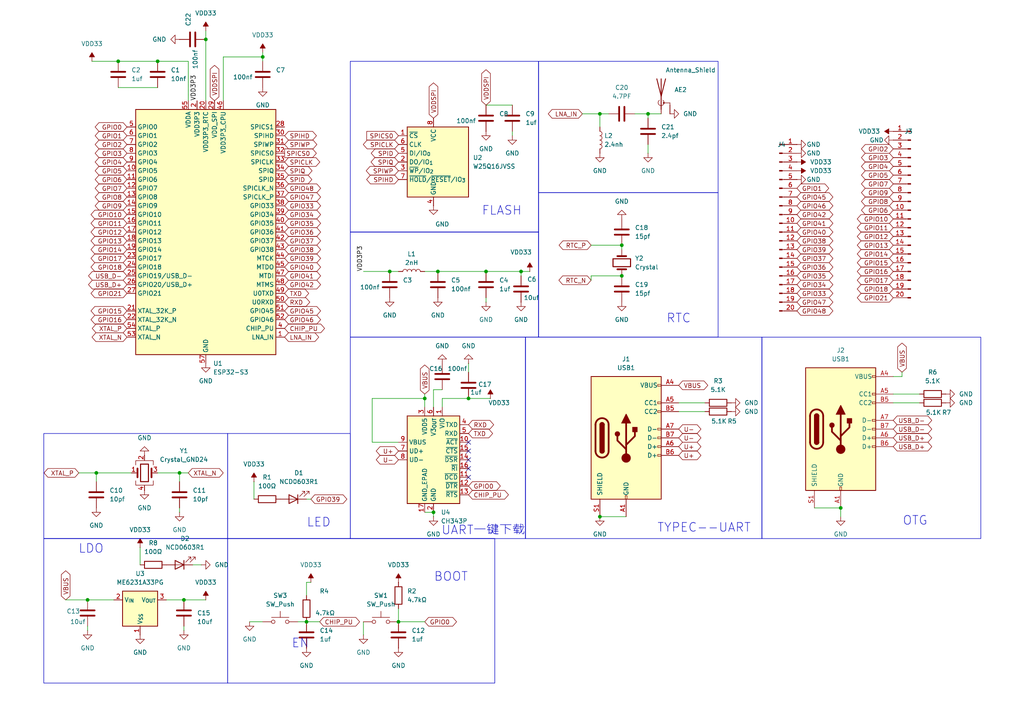
<source format=kicad_sch>
(kicad_sch (version 20250114) (generator "eeschema") (generator_version "9.0")
  (paper "A4")
  (rectangle (start 156.21 55.88) (end 208.28 97.79))
  (rectangle (start 12.7 125.73) (end 66.04 156.21))
  (rectangle (start 156.21 17.78) (end 208.28 55.88))
  (rectangle (start 66.04 156.21) (end 143.51 198.12))
  (rectangle (start 220.98 97.79) (end 284.48 156.21))
  (rectangle (start 12.7 156.21) (end 66.04 198.12))
  (rectangle (start 66.04 125.73) (end 101.6 156.21))
  (rectangle (start 101.6 97.79) (end 152.4 156.21))
  (rectangle (start 152.4 97.79) (end 220.98 156.21))
  (rectangle (start 101.6 17.78) (end 156.21 67.31))
  (rectangle (start 101.6 67.31) (end 156.21 97.79))
  (text "OTG\n" (at 265.43 151.13 0) (effects (font (size 2.54 2.54))))
  (text "FLASH\n" (at 145.542 61.214 0) (effects (font (size 2.54 2.54))))
  (text "LED\n" (at 92.456 151.638 0) (effects (font (size 2.54 2.54))))
  (text "UART一键下载\n" (at 140.208 153.924 0) (effects (font (size 2.54 2.54))))
  (text "EN" (at 87.122 186.69 0) (effects (font (size 2.54 2.54))))
  (text "RTC" (at 196.85 92.456 0) (effects (font (size 2.54 2.54))))
  (text "BOOT" (at 130.81 167.386 0) (effects (font (size 2.54 2.54))))
  (text "LDO" (at 26.416 159.258 0) (effects (font (size 2.54 2.54))))
  (text "TYPEC--UART" (at 204.216 153.162 0) (effects (font (size 2.54 2.54))))
  (junction (at 180.34 80.01))
  (junction (at 135.89 115.57))
  (junction (at 123.19 115.57))
  (junction (at 34.29 17.78))
  (junction (at 27.94 137.16))
  (junction (at 25.4 173.99))
  (junction (at 243.84 147.32))
  (junction (at 113.03 78.74))
  (junction (at 187.96 33.02))
  (junction (at 115.57 180.34))
  (junction (at 52.07 137.16))
  (junction (at 88.9 180.34))
  (junction (at 151.13 78.74))
  (junction (at 45.72 17.78))
  (junction (at 173.99 33.02))
  (junction (at 53.34 173.99))
  (junction (at 180.34 71.12))
  (junction (at 125.73 148.59))
  (junction (at 140.97 78.74))
  (junction (at 127 78.74))
  (junction (at 173.99 149.86))
  (junction (at 76.2 16.51))
  (junction (at 59.69 11.43))
  (no_connect (at 135.89 133.35))
  (no_connect (at 135.89 135.89))
  (no_connect (at 135.89 128.27))
  (no_connect (at 135.89 138.43))
  (no_connect (at 135.89 130.81))
  (wire (pts (xy 26.67 17.78) (xy 34.29 17.78)))
  (wire (pts (xy 76.2 16.51) (xy 76.2 17.78)))
  (wire (pts (xy 58.42 163.83) (xy 55.88 163.83)))
  (wire (pts (xy 73.66 144.78) (xy 73.66 139.7)))
  (wire (pts (xy 53.34 182.88) (xy 53.34 181.61)))
  (wire (pts (xy 187.96 33.02) (xy 187.96 34.29)))
  (wire (pts (xy 196.85 119.38) (xy 204.47 119.38)))
  (wire (pts (xy 173.99 33.02) (xy 173.99 36.83)))
  (wire (pts (xy 59.69 173.99) (xy 53.34 173.99)))
  (wire (pts (xy 125.73 113.03) (xy 125.73 118.11)))
  (wire (pts (xy 76.2 15.24) (xy 76.2 16.51)))
  (wire (pts (xy 27.94 137.16) (xy 22.86 137.16)))
  (wire (pts (xy 88.9 168.91) (xy 88.9 172.72)))
  (wire (pts (xy 54.61 137.16) (xy 52.07 137.16)))
  (wire (pts (xy 171.45 71.12) (xy 180.34 71.12)))
  (wire (pts (xy 204.47 116.84) (xy 196.85 116.84)))
  (wire (pts (xy 127 78.74) (xy 140.97 78.74)))
  (wire (pts (xy 40.64 163.83) (xy 40.64 158.75)))
  (wire (pts (xy 115.57 78.74) (xy 113.03 78.74)))
  (wire (pts (xy 140.97 86.36) (xy 140.97 87.63)))
  (wire (pts (xy 34.29 25.4) (xy 45.72 25.4)))
  (wire (pts (xy 123.19 115.57) (xy 123.19 118.11)))
  (wire (pts (xy 59.69 11.43) (xy 59.69 29.21)))
  (wire (pts (xy 38.1 137.16) (xy 27.94 137.16)))
  (wire (pts (xy 266.7 114.3) (xy 259.08 114.3)))
  (wire (pts (xy 105.41 184.15) (xy 105.41 180.34)))
  (wire (pts (xy 115.57 180.34) (xy 123.19 180.34)))
  (wire (pts (xy 125.73 149.86) (xy 125.73 148.59)))
  (wire (pts (xy 173.99 149.86) (xy 181.61 149.86)))
  (wire (pts (xy 148.59 30.48) (xy 140.97 30.48)))
  (wire (pts (xy 52.07 148.59) (xy 52.07 147.32)))
  (wire (pts (xy 115.57 176.53) (xy 115.57 180.34)))
  (wire (pts (xy 45.72 137.16) (xy 52.07 137.16)))
  (wire (pts (xy 54.61 29.21) (xy 54.61 17.78)))
  (wire (pts (xy 171.45 80.01) (xy 171.45 81.28)))
  (wire (pts (xy 176.53 33.02) (xy 173.99 33.02)))
  (wire (pts (xy 92.71 180.34) (xy 88.9 180.34)))
  (wire (pts (xy 123.19 78.74) (xy 127 78.74)))
  (wire (pts (xy 151.13 80.01) (xy 151.13 78.74)))
  (wire (pts (xy 259.08 116.84) (xy 266.7 116.84)))
  (wire (pts (xy 107.95 115.57) (xy 123.19 115.57)))
  (wire (pts (xy 151.13 78.74) (xy 153.67 78.74)))
  (wire (pts (xy 52.07 137.16) (xy 52.07 139.7)))
  (wire (pts (xy 180.34 80.01) (xy 171.45 80.01)))
  (wire (pts (xy 135.89 115.57) (xy 142.24 115.57)))
  (wire (pts (xy 125.73 113.03) (xy 128.27 113.03)))
  (wire (pts (xy 261.62 107.95) (xy 261.62 109.22)))
  (wire (pts (xy 135.89 105.41) (xy 135.89 107.95)))
  (wire (pts (xy 107.95 128.27) (xy 107.95 115.57)))
  (wire (pts (xy 27.94 137.16) (xy 27.94 139.7)))
  (wire (pts (xy 115.57 128.27) (xy 107.95 128.27)))
  (wire (pts (xy 64.77 16.51) (xy 76.2 16.51)))
  (wire (pts (xy 187.96 41.91) (xy 187.96 44.45)))
  (wire (pts (xy 88.9 180.34) (xy 86.36 180.34)))
  (wire (pts (xy 34.29 17.78) (xy 45.72 17.78)))
  (wire (pts (xy 168.91 33.02) (xy 173.99 33.02)))
  (wire (pts (xy 88.9 168.91) (xy 90.17 168.91)))
  (wire (pts (xy 180.34 71.12) (xy 180.34 72.39)))
  (wire (pts (xy 59.69 8.89) (xy 59.69 11.43)))
  (wire (pts (xy 72.39 180.34) (xy 76.2 180.34)))
  (wire (pts (xy 123.19 114.3) (xy 123.19 115.57)))
  (wire (pts (xy 123.19 148.59) (xy 125.73 148.59)))
  (wire (pts (xy 236.22 147.32) (xy 243.84 147.32)))
  (wire (pts (xy 148.59 38.1) (xy 148.59 39.37)))
  (wire (pts (xy 33.02 173.99) (xy 25.4 173.99)))
  (wire (pts (xy 64.77 29.21) (xy 64.77 16.51)))
  (wire (pts (xy 243.84 147.32) (xy 243.84 149.86)))
  (wire (pts (xy 128.27 118.11) (xy 128.27 115.57)))
  (wire (pts (xy 25.4 181.61) (xy 25.4 182.88)))
  (wire (pts (xy 90.17 144.78) (xy 88.9 144.78)))
  (wire (pts (xy 140.97 78.74) (xy 151.13 78.74)))
  (wire (pts (xy 261.62 109.22) (xy 259.08 109.22)))
  (wire (pts (xy 184.15 33.02) (xy 187.96 33.02)))
  (wire (pts (xy 191.77 33.02) (xy 187.96 33.02)))
  (wire (pts (xy 128.27 115.57) (xy 135.89 115.57)))
  (wire (pts (xy 54.61 17.78) (xy 45.72 17.78)))
  (wire (pts (xy 105.41 78.74) (xy 113.03 78.74)))
  (wire (pts (xy 19.05 173.99) (xy 25.4 173.99)))
  (wire (pts (xy 48.26 173.99) (xy 53.34 173.99)))
  (label "VDD3P3" (at 57.15 29.21 90))
  (label "VDD3P3" (at 105.41 78.74 90))
  (global_label "GPIO10" (shape bidirectional) (at 259.08 63.5 180) (property "Intersheetrefs" "${INTERSHEET_REFS}" (effects (hide yes))))
  (global_label "GPIO18" (shape bidirectional) (at 259.08 83.82 180) (property "Intersheetrefs" "${INTERSHEET_REFS}" (effects (hide yes))))
  (global_label "SPIHD" (shape bidirectional) (at 115.57 52.07 180) (property "Intersheetrefs" "${INTERSHEET_REFS}" (effects (hide yes))))
  (global_label "GPIO46" (shape bidirectional) (at 231.14 59.69 0) (property "Intersheetrefs" "${INTERSHEET_REFS}" (effects (hide yes))))
  (global_label "GPIO45" (shape bidirectional) (at 231.14 57.15 0) (property "Intersheetrefs" "${INTERSHEET_REFS}" (effects (hide yes))))
  (global_label "SPID" (shape bidirectional) (at 82.55 52.07 0) (property "Intersheetrefs" "${INTERSHEET_REFS}" (effects (hide yes))))
  (global_label "LNA_IN" (shape bidirectional) (at 82.55 97.79 0) (property "Intersheetrefs" "${INTERSHEET_REFS}" (effects (hide yes))))
  (global_label "GPIO33" (shape bidirectional) (at 82.55 59.69 0) (property "Intersheetrefs" "${INTERSHEET_REFS}" (effects (hide yes))))
  (global_label "GPIO3" (shape bidirectional) (at 259.08 45.72 180) (property "Intersheetrefs" "${INTERSHEET_REFS}" (effects (hide yes))))
  (global_label "VDDSPI" (shape bidirectional) (at 125.73 34.29 90) (property "Intersheetrefs" "${INTERSHEET_REFS}" (effects (hide yes))))
  (global_label "CHIP_PU" (shape bidirectional) (at 92.71 180.34 0) (property "Intersheetrefs" "${INTERSHEET_REFS}" (effects (hide yes))))
  (global_label "GPIO16" (shape bidirectional) (at 259.08 78.74 180) (property "Intersheetrefs" "${INTERSHEET_REFS}" (effects (hide yes))))
  (global_label "TXD" (shape bidirectional) (at 82.55 85.09 0) (property "Intersheetrefs" "${INTERSHEET_REFS}" (effects (hide yes))))
  (global_label "SPICLK" (shape bidirectional) (at 115.57 41.91 180) (property "Intersheetrefs" "${INTERSHEET_REFS}" (effects (hide yes))))
  (global_label "GPIO12" (shape bidirectional) (at 259.08 68.58 180) (property "Intersheetrefs" "${INTERSHEET_REFS}" (effects (hide yes))))
  (global_label "GPIO14" (shape bidirectional) (at 259.08 73.66 180) (property "Intersheetrefs" "${INTERSHEET_REFS}" (effects (hide yes))))
  (global_label "USB_D-" (shape bidirectional) (at 259.08 124.46 0) (property "Intersheetrefs" "${INTERSHEET_REFS}" (effects (hide yes))))
  (global_label "GPIO14" (shape bidirectional) (at 36.83 72.39 180) (property "Intersheetrefs" "${INTERSHEET_REFS}" (effects (hide yes))))
  (global_label "GPIO36" (shape bidirectional) (at 231.14 77.47 0) (property "Intersheetrefs" "${INTERSHEET_REFS}" (effects (hide yes))))
  (global_label "TXD" (shape bidirectional) (at 135.89 125.73 0) (property "Intersheetrefs" "${INTERSHEET_REFS}" (effects (hide yes))))
  (global_label "VBUS" (shape bidirectional) (at 196.85 111.76 0) (property "Intersheetrefs" "${INTERSHEET_REFS}" (effects (hide yes))))
  (global_label "GPIO12" (shape bidirectional) (at 36.83 67.31 180) (property "Intersheetrefs" "${INTERSHEET_REFS}" (effects (hide yes))))
  (global_label "GPIO33" (shape bidirectional) (at 231.14 85.09 0) (property "Intersheetrefs" "${INTERSHEET_REFS}" (effects (hide yes))))
  (global_label "USB_D-" (shape bidirectional) (at 36.83 80.01 180) (property "Intersheetrefs" "${INTERSHEET_REFS}" (effects (hide yes))))
  (global_label "LNA_IN" (shape bidirectional) (at 168.91 33.02 180) (property "Intersheetrefs" "${INTERSHEET_REFS}" (effects (hide yes))))
  (global_label "GPIO42" (shape bidirectional) (at 82.55 82.55 0) (property "Intersheetrefs" "${INTERSHEET_REFS}" (effects (hide yes))))
  (global_label "GPIO7" (shape bidirectional) (at 259.08 53.34 180) (property "Intersheetrefs" "${INTERSHEET_REFS}" (effects (hide yes))))
  (global_label "GPIO34" (shape bidirectional) (at 231.14 82.55 0) (property "Intersheetrefs" "${INTERSHEET_REFS}" (effects (hide yes))))
  (global_label "GPIO0" (shape bidirectional) (at 123.19 180.34 0) (property "Intersheetrefs" "${INTERSHEET_REFS}" (effects (hide yes))))
  (global_label "GPIO35" (shape bidirectional) (at 231.14 80.01 0) (property "Intersheetrefs" "${INTERSHEET_REFS}" (effects (hide yes))))
  (global_label "GPIO21" (shape bidirectional) (at 259.08 86.36 180) (property "Intersheetrefs" "${INTERSHEET_REFS}" (effects (hide yes))))
  (global_label "GPIO5" (shape bidirectional) (at 36.83 49.53 180) (property "Intersheetrefs" "${INTERSHEET_REFS}" (effects (hide yes))))
  (global_label "GPIO15" (shape bidirectional) (at 259.08 76.2 180) (property "Intersheetrefs" "${INTERSHEET_REFS}" (effects (hide yes))))
  (global_label "SPICS0" (shape output) (at 82.55 44.45 0) (property "Intersheetrefs" "${INTERSHEET_REFS}" (effects (hide yes))))
  (global_label "GPIO36" (shape bidirectional) (at 82.55 67.31 0) (property "Intersheetrefs" "${INTERSHEET_REFS}" (effects (hide yes))))
  (global_label "GPIO41" (shape bidirectional) (at 82.55 80.01 0) (property "Intersheetrefs" "${INTERSHEET_REFS}" (effects (hide yes))))
  (global_label "SPICLK" (shape bidirectional) (at 82.55 46.99 0) (property "Intersheetrefs" "${INTERSHEET_REFS}" (effects (hide yes))))
  (global_label "SPIWP" (shape bidirectional) (at 115.57 49.53 180) (property "Intersheetrefs" "${INTERSHEET_REFS}" (effects (hide yes))))
  (global_label "GPIO38" (shape bidirectional) (at 231.14 69.85 0) (property "Intersheetrefs" "${INTERSHEET_REFS}" (effects (hide yes))))
  (global_label "GPIO11" (shape bidirectional) (at 259.08 66.04 180) (property "Intersheetrefs" "${INTERSHEET_REFS}" (effects (hide yes))))
  (global_label "RXD" (shape bidirectional) (at 135.89 123.19 0) (property "Intersheetrefs" "${INTERSHEET_REFS}" (effects (hide yes))))
  (global_label "GPIO17" (shape bidirectional) (at 36.83 74.93 180) (property "Intersheetrefs" "${INTERSHEET_REFS}" (effects (hide yes))))
  (global_label "GPIO0" (shape bidirectional) (at 36.83 36.83 180) (property "Intersheetrefs" "${INTERSHEET_REFS}" (effects (hide yes))))
  (global_label "RTC_P" (shape bidirectional) (at 171.45 71.12 180) (property "Intersheetrefs" "${INTERSHEET_REFS}" (effects (hide yes))))
  (global_label "SPIQ" (shape bidirectional) (at 115.57 46.99 180) (property "Intersheetrefs" "${INTERSHEET_REFS}" (effects (hide yes))))
  (global_label "GPIO9" (shape bidirectional) (at 36.83 59.69 180) (property "Intersheetrefs" "${INTERSHEET_REFS}" (effects (hide yes))))
  (global_label "VDDSPI" (shape bidirectional) (at 140.97 30.48 90) (property "Intersheetrefs" "${INTERSHEET_REFS}" (effects (hide yes))))
  (global_label "GPIO2" (shape bidirectional) (at 36.83 41.91 180) (property "Intersheetrefs" "${INTERSHEET_REFS}" (effects (hide yes))))
  (global_label "GPIO41" (shape bidirectional) (at 231.14 64.77 0) (property "Intersheetrefs" "${INTERSHEET_REFS}" (effects (hide yes))))
  (global_label "GPIO39" (shape bidirectional) (at 82.55 74.93 0) (property "Intersheetrefs" "${INTERSHEET_REFS}" (effects (hide yes))))
  (global_label "VBUS" (shape bidirectional) (at 261.62 107.95 90) (property "Intersheetrefs" "${INTERSHEET_REFS}" (effects (hide yes))))
  (global_label "GPIO8" (shape bidirectional) (at 259.08 58.42 180) (property "Intersheetrefs" "${INTERSHEET_REFS}" (effects (hide yes))))
  (global_label "CHIP_PU" (shape bidirectional) (at 82.55 95.25 0) (property "Intersheetrefs" "${INTERSHEET_REFS}" (effects (hide yes))))
  (global_label "GPIO1" (shape bidirectional) (at 36.83 39.37 180) (property "Intersheetrefs" "${INTERSHEET_REFS}" (effects (hide yes))))
  (global_label "GPIO46" (shape bidirectional) (at 82.55 92.71 0) (property "Intersheetrefs" "${INTERSHEET_REFS}" (effects (hide yes))))
  (global_label "GPIO37" (shape bidirectional) (at 231.14 74.93 0) (property "Intersheetrefs" "${INTERSHEET_REFS}" (effects (hide yes))))
  (global_label "GPIO17" (shape bidirectional) (at 259.08 81.28 180) (property "Intersheetrefs" "${INTERSHEET_REFS}" (effects (hide yes))))
  (global_label "GPIO40" (shape bidirectional) (at 231.14 67.31 0) (property "Intersheetrefs" "${INTERSHEET_REFS}" (effects (hide yes))))
  (global_label "U-" (shape bidirectional) (at 115.57 133.35 180) (property "Intersheetrefs" "${INTERSHEET_REFS}" (effects (hide yes))))
  (global_label "GPIO6" (shape bidirectional) (at 36.83 52.07 180) (property "Intersheetrefs" "${INTERSHEET_REFS}" (effects (hide yes))))
  (global_label "GPIO47" (shape bidirectional) (at 231.14 87.63 0) (property "Intersheetrefs" "${INTERSHEET_REFS}" (effects (hide yes))))
  (global_label "RXD" (shape bidirectional) (at 82.55 87.63 0) (property "Intersheetrefs" "${INTERSHEET_REFS}" (effects (hide yes))))
  (global_label "GPIO2" (shape bidirectional) (at 259.08 43.18 180) (property "Intersheetrefs" "${INTERSHEET_REFS}" (effects (hide yes))))
  (global_label "GPIO10" (shape bidirectional) (at 36.83 62.23 180) (property "Intersheetrefs" "${INTERSHEET_REFS}" (effects (hide yes))))
  (global_label "USB_D+" (shape bidirectional) (at 36.83 82.55 180) (property "Intersheetrefs" "${INTERSHEET_REFS}" (effects (hide yes))))
  (global_label "VDDSPI" (shape bidirectional) (at 62.23 29.21 90) (property "Intersheetrefs" "${INTERSHEET_REFS}" (effects (hide yes))))
  (global_label "SPICS0" (shape input) (at 115.57 39.37 180) (property "Intersheetrefs" "${INTERSHEET_REFS}" (effects (hide yes))))
  (global_label "SPIHD" (shape bidirectional) (at 82.55 39.37 0) (property "Intersheetrefs" "${INTERSHEET_REFS}" (effects (hide yes))))
  (global_label "GPIO1" (shape bidirectional) (at 231.14 54.61 0) (property "Intersheetrefs" "${INTERSHEET_REFS}" (effects (hide yes))))
  (global_label "RTC_N" (shape bidirectional) (at 171.45 81.28 180) (property "Intersheetrefs" "${INTERSHEET_REFS}" (effects (hide yes))))
  (global_label "GPIO9" (shape bidirectional) (at 259.08 55.88 180) (property "Intersheetrefs" "${INTERSHEET_REFS}" (effects (hide yes))))
  (global_label "XTAL_P" (shape bidirectional) (at 36.83 95.25 180) (property "Intersheetrefs" "${INTERSHEET_REFS}" (effects (hide yes))))
  (global_label "GPIO35" (shape bidirectional) (at 82.55 64.77 0) (property "Intersheetrefs" "${INTERSHEET_REFS}" (effects (hide yes))))
  (global_label "U+" (shape bidirectional) (at 196.85 132.08 0) (property "Intersheetrefs" "${INTERSHEET_REFS}" (effects (hide yes))))
  (global_label "XTAL_N" (shape bidirectional) (at 36.83 97.79 180) (property "Intersheetrefs" "${INTERSHEET_REFS}" (effects (hide yes))))
  (global_label "GPIO48" (shape bidirectional) (at 82.55 54.61 0) (property "Intersheetrefs" "${INTERSHEET_REFS}" (effects (hide yes))))
  (global_label "GPIO21" (shape bidirectional) (at 36.83 85.09 180) (property "Intersheetrefs" "${INTERSHEET_REFS}" (effects (hide yes))))
  (global_label "USB_D+" (shape bidirectional) (at 259.08 129.54 0) (property "Intersheetrefs" "${INTERSHEET_REFS}" (effects (hide yes))))
  (global_label "GPIO34" (shape bidirectional) (at 82.55 62.23 0) (property "Intersheetrefs" "${INTERSHEET_REFS}" (effects (hide yes))))
  (global_label "U-" (shape bidirectional) (at 196.85 127 0) (property "Intersheetrefs" "${INTERSHEET_REFS}" (effects (hide yes))))
  (global_label "VBUS" (shape bidirectional) (at 19.05 173.99 90) (property "Intersheetrefs" "${INTERSHEET_REFS}" (effects (hide yes))))
  (global_label "GPIO6" (shape bidirectional) (at 259.08 60.96 180) (property "Intersheetrefs" "${INTERSHEET_REFS}" (effects (hide yes))))
  (global_label "GPIO13" (shape bidirectional) (at 259.08 71.12 180) (property "Intersheetrefs" "${INTERSHEET_REFS}" (effects (hide yes))))
  (global_label "GPIO8" (shape bidirectional) (at 36.83 57.15 180) (property "Intersheetrefs" "${INTERSHEET_REFS}" (effects (hide yes))))
  (global_label "CHIP_PU" (shape bidirectional) (at 135.89 143.51 0) (property "Intersheetrefs" "${INTERSHEET_REFS}" (effects (hide yes))))
  (global_label "GPIO11" (shape bidirectional) (at 36.83 64.77 180) (property "Intersheetrefs" "${INTERSHEET_REFS}" (effects (hide yes))))
  (global_label "GPIO39" (shape bidirectional) (at 90.17 144.78 0) (property "Intersheetrefs" "${INTERSHEET_REFS}" (effects (hide yes))))
  (global_label "GPIO40" (shape bidirectional) (at 82.55 77.47 0) (property "Intersheetrefs" "${INTERSHEET_REFS}" (effects (hide yes))))
  (global_label "GPIO42" (shape bidirectional) (at 231.14 62.23 0) (property "Intersheetrefs" "${INTERSHEET_REFS}" (effects (hide yes))))
  (global_label "GPIO45" (shape bidirectional) (at 82.55 90.17 0) (property "Intersheetrefs" "${INTERSHEET_REFS}" (effects (hide yes))))
  (global_label "GPIO39" (shape bidirectional) (at 231.14 72.39 0) (property "Intersheetrefs" "${INTERSHEET_REFS}" (effects (hide yes))))
  (global_label "U+" (shape bidirectional) (at 196.85 129.54 0) (property "Intersheetrefs" "${INTERSHEET_REFS}" (effects (hide yes))))
  (global_label "GPIO15" (shape bidirectional) (at 36.83 90.17 180) (property "Intersheetrefs" "${INTERSHEET_REFS}" (effects (hide yes))))
  (global_label "GPIO5" (shape bidirectional) (at 259.08 50.8 180) (property "Intersheetrefs" "${INTERSHEET_REFS}" (effects (hide yes))))
  (global_label "GPIO48" (shape bidirectional) (at 231.14 90.17 0) (property "Intersheetrefs" "${INTERSHEET_REFS}" (effects (hide yes))))
  (global_label "U-" (shape bidirectional) (at 196.85 124.46 0) (property "Intersheetrefs" "${INTERSHEET_REFS}" (effects (hide yes))))
  (global_label "GPIO13" (shape bidirectional) (at 36.83 69.85 180) (property "Intersheetrefs" "${INTERSHEET_REFS}" (effects (hide yes))))
  (global_label "GPIO47" (shape bidirectional) (at 82.55 57.15 0) (property "Intersheetrefs" "${INTERSHEET_REFS}" (effects (hide yes))))
  (global_label "USB_D-" (shape bidirectional) (at 259.08 121.92 0) (property "Intersheetrefs" "${INTERSHEET_REFS}" (effects (hide yes))))
  (global_label "GPIO0" (shape bidirectional) (at 135.89 140.97 0) (property "Intersheetrefs" "${INTERSHEET_REFS}" (effects (hide yes))))
  (global_label "XTAL_N" (shape bidirectional) (at 54.61 137.16 0) (property "Intersheetrefs" "${INTERSHEET_REFS}" (effects (hide yes))))
  (global_label "SPID" (shape bidirectional) (at 115.57 44.45 180) (property "Intersheetrefs" "${INTERSHEET_REFS}" (effects (hide yes))))
  (global_label "GPIO38" (shape bidirectional) (at 82.55 72.39 0) (property "Intersheetrefs" "${INTERSHEET_REFS}" (effects (hide yes))))
  (global_label "SPIQ" (shape bidirectional) (at 82.55 49.53 0) (property "Intersheetrefs" "${INTERSHEET_REFS}" (effects (hide yes))))
  (global_label "GPIO37" (shape bidirectional) (at 82.55 69.85 0) (property "Intersheetrefs" "${INTERSHEET_REFS}" (effects (hide yes))))
  (global_label "GPIO4" (shape bidirectional) (at 36.83 46.99 180) (property "Intersheetrefs" "${INTERSHEET_REFS}" (effects (hide yes))))
  (global_label "VBUS" (shape bidirectional) (at 123.19 114.3 90) (property "Intersheetrefs" "${INTERSHEET_REFS}" (effects (hide yes))))
  (global_label "U+" (shape bidirectional) (at 115.57 130.81 180) (property "Intersheetrefs" "${INTERSHEET_REFS}" (effects (hide yes))))
  (global_label "GPIO7" (shape bidirectional) (at 36.83 54.61 180) (property "Intersheetrefs" "${INTERSHEET_REFS}" (effects (hide yes))))
  (global_label "SPIWP" (shape bidirectional) (at 82.55 41.91 0) (property "Intersheetrefs" "${INTERSHEET_REFS}" (effects (hide yes))))
  (global_label "GPIO3" (shape bidirectional) (at 36.83 44.45 180) (property "Intersheetrefs" "${INTERSHEET_REFS}" (effects (hide yes))))
  (global_label "GPIO4" (shape bidirectional) (at 259.08 48.26 180) (property "Intersheetrefs" "${INTERSHEET_REFS}" (effects (hide yes))))
  (global_label "XTAL_P" (shape bidirectional) (at 22.86 137.16 180) (property "Intersheetrefs" "${INTERSHEET_REFS}" (effects (hide yes))))
  (global_label "GPIO16" (shape bidirectional) (at 36.83 92.71 180) (property "Intersheetrefs" "${INTERSHEET_REFS}" (effects (hide yes))))
  (global_label "USB_D+" (shape bidirectional) (at 259.08 127 0) (property "Intersheetrefs" "${INTERSHEET_REFS}" (effects (hide yes))))
  (global_label "GPIO18" (shape bidirectional) (at 36.83 77.47 180) (property "Intersheetrefs" "${INTERSHEET_REFS}" (effects (hide yes))))
  (symbol (lib_id "power:-3V3") (at 40.64 158.75 0) (unit 1)
    (property "Reference" "#PWR039" (effects (hide yes)))
    (property "Value" "VDD33" (at 40.64 153.67 0))
    (property "Description" "Power symbol creates a global label with name \"-3V3\"" (effects (hide yes)))
  )
  (symbol (lib_id "power:-3V3") (at 26.67 17.78 0) (unit 1)
    (property "Reference" "#PWR02" (effects (hide yes)))
    (property "Value" "VDD33" (at 26.67 12.7 0))
    (property "Description" "Power symbol creates a global label with name \"-3V3\"" (effects (hide yes)))
  )
  (symbol (lib_id "power:GND") (at 151.13 87.63 0) (unit 1)
    (property "Reference" "#PWR06" (effects (hide yes)))
    (property "Value" "GND" (at 151.13 92.71 0))
    (property "Description" "Power symbol creates a global label with name \"GND\" , ground" (effects (hide yes)))
  )
  (symbol (lib_id "Device:C") (at 88.9 184.15 0) (unit 1)
    (property "Reference" "C14" (at 92.71 182.8799 0) (effects (justify left)))
    (property "Value" "1uf" (at 92.71 185.4199 0) (effects (justify left)))
    (property "Footprint" "Capacitor_SMD:C_0402_1005Metric" (effects (hide yes)))
    (property "Description" "Unpolarized capacitor" (effects (hide yes)))
  )
  (symbol (lib_id "Device:Crystal") (at 180.34 76.2 90) (unit 1) (in_bom no) (on_board no)
    (property "Reference" "Y2" (at 184.15 74.9299 90) (effects (justify right)))
    (property "Value" "Crystal" (at 184.15 77.4699 90) (effects (justify right)))
    (property "Footprint" "SmartLock:Crystal_SMD_ECS_CSM3X-2Pin_7.5x3.1mm" (effects (hide yes)))
    (property "Description" "Two pin crystal" (effects (hide yes)))
  )
  (symbol (lib_id "power:GND") (at 72.39 180.34 0) (unit 1)
    (property "Reference" "#PWR012" (effects (hide yes)))
    (property "Value" "GND" (at 72.39 185.42 0))
    (property "Description" "Power symbol creates a global label with name \"GND\" , ground" (effects (hide yes)))
  )
  (symbol (lib_id "power:-3V3") (at 142.24 115.57 0) (unit 1)
    (property "Reference" "#PWR030" (effects (hide yes)))
    (property "Value" "VDD33" (at 144.78 116.84 0))
    (property "Description" "Power symbol creates a global label with name \"-3V3\"" (effects (hide yes)))
  )
  (symbol (lib_id "Device:L") (at 173.99 40.64 0) (unit 1)
    (property "Reference" "L2" (at 175.26 39.3699 0) (effects (justify left)))
    (property "Value" "2.4nh" (at 175.26 41.9099 0) (effects (justify left)))
    (property "Footprint" "Inductor_SMD:L_0402_1005Metric" (effects (hide yes)))
    (property "Description" "Inductor" (effects (hide yes)))
  )
  (symbol (lib_id "power:GND") (at 27.94 147.32 0) (unit 1)
    (property "Reference" "#PWR016" (effects (hide yes)))
    (property "Value" "GND" (at 27.94 152.4 0))
    (property "Description" "Power symbol creates a global label with name \"GND\" , ground" (effects (hide yes)))
  )
  (symbol (lib_id "power:GND") (at 40.64 184.15 0) (unit 1)
    (property "Reference" "#PWR022" (effects (hide yes)))
    (property "Value" "GND" (at 40.64 189.23 0))
    (property "Description" "Power symbol creates a global label with name \"GND\" , ground" (effects (hide yes)))
  )
  (symbol (lib_id "power:GND") (at 128.27 105.41 180) (unit 1)
    (property "Reference" "#PWR029" (effects (hide yes)))
    (property "Value" "GND" (at 128.27 100.33 0))
    (property "Description" "Power symbol creates a global label with name \"GND\" , ground" (effects (hide yes)))
  )
  (symbol (lib_id "Device:R") (at 270.51 114.3 270) (unit 1)
    (property "Reference" "R6" (at 270.51 107.95 90))
    (property "Value" "5.1K" (at 270.51 110.49 90))
    (property "Footprint" "Resistor_SMD:R_0402_1005Metric" (effects (hide yes)))
    (property "Description" "Resistor" (effects (hide yes)))
  )
  (symbol (lib_id "Device:C") (at 53.34 177.8 0) (unit 1)
    (property "Reference" "C15" (at 57.15 177.8 0) (effects (justify left)))
    (property "Value" "10uf" (at 57.15 180.34 0) (effects (justify left)))
    (property "Footprint" "Capacitor_SMD:C_0402_1005Metric" (effects (hide yes)))
    (property "Description" "Unpolarized capacitor" (effects (hide yes)))
  )
  (symbol (lib_id "Device:Antenna_Shield") (at 191.77 27.94 0) (unit 1)
    (property "Reference" "AE2" (at 195.58 26.0349 0) (effects (justify left)))
    (property "Value" "Antenna_Shield" (at 193.04 20.32 0) (effects (justify left)))
    (property "Footprint" "RF_Antenna:Texas_SWRA117D_2.4GHz_Left" (effects (hide yes)))
    (property "Description" "Antenna with extra pin for shielding" (effects (hide yes)))
  )
  (symbol (lib_id "power:GND") (at 41.91 132.08 180) (unit 1)
    (property "Reference" "#PWR019" (effects (hide yes)))
    (property "Value" "GND" (at 41.91 127 0))
    (property "Description" "Power symbol creates a global label with name \"GND\" , ground" (effects (hide yes)))
  )
  (symbol (lib_id "Device:C") (at 187.96 38.1 180) (unit 1)
    (property "Reference" "C21" (at 191.77 36.8299 0) (effects (justify right)))
    (property "Value" "2.4pf" (at 191.77 39.3699 0) (effects (justify right)))
    (property "Footprint" "Capacitor_SMD:C_0402_1005Metric" (effects (hide yes)))
    (property "Description" "Unpolarized capacitor" (effects (hide yes)))
  )
  (symbol (lib_id "Device:R") (at 77.47 144.78 90) (unit 1)
    (property "Reference" "R1" (at 77.47 138.43 90))
    (property "Value" "100Ω" (at 77.47 140.97 90))
    (property "Footprint" "Resistor_SMD:R_0402_1005Metric" (effects (hide yes)))
    (property "Description" "Resistor" (effects (hide yes)))
  )
  (symbol (lib_id "Device:C") (at 55.88 11.43 90) (unit 1)
    (property "Reference" "C22" (at 54.6099 7.62 0) (effects (justify left)))
    (property "Value" "100nf" (at 56.642 20.066 0) (effects (justify left)))
    (property "Footprint" "Capacitor_SMD:C_0402_1005Metric" (effects (hide yes)))
    (property "Description" "Unpolarized capacitor" (effects (hide yes)))
  )
  (symbol (lib_id "power:GND") (at 115.57 187.96 0) (unit 1)
    (property "Reference" "#PWR021" (effects (hide yes)))
    (property "Value" "GND" (at 115.57 193.04 0))
    (property "Description" "Power symbol creates a global label with name \"GND\" , ground" (effects (hide yes)))
  )
  (symbol (lib_id "Device:C") (at 52.07 143.51 0) (unit 1)
    (property "Reference" "C11" (at 55.88 142.2399 0) (effects (justify left)))
    (property "Value" "10pf" (at 55.88 144.7799 0) (effects (justify left)))
    (property "Footprint" "Capacitor_SMD:C_0402_1005Metric" (effects (hide yes)))
    (property "Description" "Unpolarized capacitor" (effects (hide yes)))
  )
  (symbol (lib_id "power:GND") (at 53.34 182.88 0) (unit 1)
    (property "Reference" "#PWR026" (effects (hide yes)))
    (property "Value" "GND" (at 53.34 187.96 0))
    (property "Description" "Power symbol creates a global label with name \"GND\" , ground" (effects (hide yes)))
  )
  (symbol (lib_id "power:GND") (at 135.89 105.41 180) (unit 1)
    (property "Reference" "#PWR031" (effects (hide yes)))
    (property "Value" "GND" (at 135.89 100.33 0))
    (property "Description" "Power symbol creates a global label with name \"GND\" , ground" (effects (hide yes)))
  )
  (symbol (lib_id "power:GND") (at 76.2 25.4 0) (unit 1)
    (property "Reference" "#PWR07" (effects (hide yes)))
    (property "Value" "GND" (at 76.2 30.48 0))
    (property "Description" "Power symbol creates a global label with name \"GND\" , ground" (effects (hide yes)))
  )
  (symbol (lib_id "power:-3V3") (at 115.57 168.91 0) (unit 1)
    (property "Reference" "#PWR020" (effects (hide yes)))
    (property "Value" "VDD33" (at 115.57 163.83 0))
    (property "Description" "Power symbol creates a global label with name \"-3V3\"" (effects (hide yes)))
  )
  (symbol (lib_id "Device:LED") (at 52.07 163.83 180) (unit 1)
    (property "Reference" "D2" (at 53.6575 156.21 0))
    (property "Value" "NCD0603R1" (at 53.6575 158.75 0))
    (property "Footprint" "LED_SMD:LED_0603_1608Metric" (effects (hide yes)))
    (property "Description" "Light emitting diode" (effects (hide yes)))
    (property "Sim.Pins" "1=K 2=A" (effects (hide yes)))
    (property "lcsc" "C84263" (effects (hide yes)))
  )
  (symbol (lib_id "Device:R") (at 88.9 176.53 180) (unit 1)
    (property "Reference" "R4" (at 92.71 171.4499 0) (effects (justify right)))
    (property "Value" "4.7kΩ" (at 91.44 177.7999 0) (effects (justify right)))
    (property "Footprint" "Resistor_SMD:R_0402_1005Metric" (effects (hide yes)))
    (property "Description" "Resistor" (effects (hide yes)))
  )
  (symbol (lib_id "power:GND") (at 58.42 163.83 90) (unit 1)
    (property "Reference" "#PWR040" (effects (hide yes)))
    (property "Value" "GND" (at 62.23 163.8299 90) (effects (justify right)))
    (property "Description" "Power symbol creates a global label with name \"GND\" , ground" (effects (hide yes)))
  )
  (symbol (lib_id "power:GND") (at 231.14 41.91 90) (unit 1)
    (property "Reference" "#PWR051" (effects (hide yes)))
    (property "Value" "GND" (at 235.966 41.91 90))
    (property "Description" "Power symbol creates a global label with name \"GND\" , ground" (effects (hide yes)))
  )
  (symbol (lib_id "Device:C") (at 113.03 82.55 0) (unit 1)
    (property "Reference" "C3" (at 116.84 81.2799 0) (effects (justify left)))
    (property "Value" "100nf" (at 104.394 83.312 0) (effects (justify left)))
    (property "Footprint" "Capacitor_SMD:C_0402_1005Metric" (effects (hide yes)))
    (property "Description" "Unpolarized capacitor" (effects (hide yes)))
  )
  (symbol (lib_id "power:GND") (at 173.99 44.45 0) (unit 1)
    (property "Reference" "#PWR041" (effects (hide yes)))
    (property "Value" "GND" (at 173.99 49.53 0))
    (property "Description" "Power symbol creates a global label with name \"GND\" , ground" (effects (hide yes)))
  )
  (symbol (lib_id "power:GND") (at 259.08 40.64 270) (unit 1)
    (property "Reference" "#PWR049" (effects (hide yes)))
    (property "Value" "GND" (at 254.254 40.64 90))
    (property "Description" "Power symbol creates a global label with name \"GND\" , ground" (effects (hide yes)))
  )
  (symbol (lib_id "Device:C") (at 27.94 143.51 0) (unit 1)
    (property "Reference" "C10" (at 31.75 142.2399 0) (effects (justify left)))
    (property "Value" "10pf" (at 31.75 144.7799 0) (effects (justify left)))
    (property "Footprint" "Capacitor_SMD:C_0402_1005Metric" (effects (hide yes)))
    (property "Description" "Unpolarized capacitor" (effects (hide yes)))
  )
  (symbol (lib_id "power:GND") (at 113.03 86.36 0) (unit 1)
    (property "Reference" "#PWR03" (effects (hide yes)))
    (property "Value" "GND" (at 113.03 91.44 0))
    (property "Description" "Power symbol creates a global label with name \"GND\" , ground" (effects (hide yes)))
  )
  (symbol (lib_id "Device:R") (at 44.45 163.83 90) (unit 1)
    (property "Reference" "R8" (at 44.45 157.48 90))
    (property "Value" "100Ω" (at 44.45 160.02 90))
    (property "Footprint" "Resistor_SMD:R_0402_1005Metric" (effects (hide yes)))
    (property "Description" "Resistor" (effects (hide yes)))
  )
  (symbol (lib_id "Device:C") (at 148.59 34.29 0) (unit 1)
    (property "Reference" "C9" (at 152.4 33.0199 0) (effects (justify left)))
    (property "Value" "1uf" (at 152.4 35.5599 0) (effects (justify left)))
    (property "Footprint" "Capacitor_SMD:C_0402_1005Metric" (effects (hide yes)))
    (property "Description" "Unpolarized capacitor" (effects (hide yes)))
  )
  (symbol (lib_id "power:GND") (at 180.34 87.63 0) (unit 1) (in_bom no) (on_board no)
    (property "Reference" "#PWR038" (effects (hide yes)))
    (property "Value" "GND" (at 180.34 92.71 0))
    (property "Description" "Power symbol creates a global label with name \"GND\" , ground" (effects (hide yes)))
  )
  (symbol (lib_id "Device:C") (at 140.97 82.55 0) (unit 1)
    (property "Reference" "C4" (at 144.78 81.2799 0) (effects (justify left)))
    (property "Value" "1uf" (at 144.78 83.8199 0) (effects (justify left)))
    (property "Footprint" "Capacitor_SMD:C_0402_1005Metric" (effects (hide yes)))
    (property "Description" "Unpolarized capacitor" (effects (hide yes)))
  )
  (symbol (lib_id "power:GND") (at 173.99 149.86 0) (unit 1)
    (property "Reference" "#PWR034" (effects (hide yes)))
    (property "Value" "GND" (at 173.99 154.94 0))
    (property "Description" "Power symbol creates a global label with name \"GND\" , ground" (effects (hide yes)))
  )
  (symbol (lib_id "power:-3V3") (at 259.08 38.1 90) (unit 1)
    (property "Reference" "#PWR047" (effects (hide yes)))
    (property "Value" "VDD33" (at 255.27 38.0999 90) (effects (justify left)))
    (property "Description" "Power symbol creates a global label with name \"-3V3\"" (effects (hide yes)))
  )
  (symbol (lib_id "Device:C") (at 180.34 83.82 0) (unit 1) (in_bom no) (on_board no)
    (property "Reference" "C19" (at 184.15 82.5499 0) (effects (justify left)))
    (property "Value" "15pf" (at 184.15 85.0899 0) (effects (justify left)))
    (property "Footprint" "Capacitor_SMD:C_0402_1005Metric" (effects (hide yes)))
    (property "Description" "Unpolarized capacitor" (effects (hide yes)))
  )
  (symbol (lib_id "Device:Crystal_GND24") (at 41.91 137.16 0) (unit 1)
    (property "Reference" "Y1" (at 53.34 130.7398 0))
    (property "Value" "Crystal_GND24" (at 53.34 133.2798 0))
    (property "Footprint" "Crystal:Crystal_SMD_3225-4Pin_3.2x2.5mm" (effects (hide yes)))
    (property "Description" "Four pin crystal, GND on pins 2 and 4" (effects (hide yes)))
  )
  (symbol (lib_id "power:GND") (at 180.34 63.5 180) (unit 1) (in_bom no) (on_board no)
    (property "Reference" "#PWR037" (effects (hide yes)))
    (property "Value" "GND" (at 180.34 58.42 0))
    (property "Description" "Power symbol creates a global label with name \"GND\" , ground" (effects (hide yes)))
  )
  (symbol (lib_id "power:GND") (at 231.14 52.07 90) (unit 1)
    (property "Reference" "#PWR053" (effects (hide yes)))
    (property "Value" "GND" (at 235.966 52.07 90))
    (property "Description" "Power symbol creates a global label with name \"GND\" , ground" (effects (hide yes)))
  )
  (symbol (lib_id "power:-3V3") (at 73.66 139.7 0) (unit 1)
    (property "Reference" "#PWR014" (effects (hide yes)))
    (property "Value" "VDD33" (at 73.66 134.62 0))
    (property "Description" "Power symbol creates a global label with name \"-3V3\"" (effects (hide yes)))
  )
  (symbol (lib_id "Switch:SW_Push") (at 110.49 180.34 0) (unit 1)
    (property "Reference" "SW1" (at 110.49 172.72 0))
    (property "Value" "SW_Push" (at 110.49 175.26 0))
    (property "Footprint" "smartlock:SW-SMD_L3.9-W3.0-P4.45" (effects (hide yes)))
    (property "Description" "Push button switch, generic, two pins" (effects (hide yes)))
  )
  (symbol (lib_id "Device:L") (at 119.38 78.74 90) (unit 1)
    (property "Reference" "L1" (at 119.38 73.66 90))
    (property "Value" "2nH" (at 119.38 76.2 90))
    (property "Footprint" "Inductor_SMD:L_0402_1005Metric" (effects (hide yes)))
    (property "Description" "Inductor" (effects (hide yes)))
  )
  (symbol (lib_id "power:GND") (at 125.73 149.86 0) (unit 1)
    (property "Reference" "#PWR015" (effects (hide yes)))
    (property "Value" "GND" (at 125.73 154.94 0))
    (property "Description" "Power symbol creates a global label with name \"GND\" , ground" (effects (hide yes)))
  )
  (symbol (lib_id "smart-lock:ME6231A33PG") (at 40.64 176.53 0) (unit 1)
    (property "Reference" "U3" (at 40.64 166.37 0))
    (property "Value" "ME6231A33PG" (at 40.64 168.91 0))
    (property "Footprint" "Package_TO_SOT_SMD:SOT-89-3" (effects (hide yes)))
  )
  (symbol (lib_id "Device:C") (at 76.2 21.59 0) (unit 1)
    (property "Reference" "C7" (at 80.01 20.3199 0) (effects (justify left)))
    (property "Value" "100nf" (at 67.564 22.352 0) (effects (justify left)))
    (property "Footprint" "Capacitor_SMD:C_0402_1005Metric" (effects (hide yes)))
    (property "Description" "Unpolarized capacitor" (effects (hide yes)))
  )
  (symbol (lib_id "Device:R") (at 115.57 172.72 180) (unit 1)
    (property "Reference" "R2" (at 118.11 171.4499 0) (effects (justify right)))
    (property "Value" "4.7kΩ" (at 118.11 173.9899 0) (effects (justify right)))
    (property "Footprint" "Resistor_SMD:R_0402_1005Metric" (effects (hide yes)))
    (property "Description" "Resistor" (effects (hide yes)))
  )
  (symbol (lib_id "Memory_Flash:W25Q16JVSS") (at 125.73 46.99 0) (unit 1)
    (property "Reference" "U2" (at 137.16 45.7199 0) (effects (justify left)))
    (property "Value" "W25Q16JVSS" (at 137.16 48.2599 0) (effects (justify left)))
    (property "Footprint" "Package_SO:SOIC-8_5.3x5.3mm_P1.27mm" (effects (hide yes)))
    (property "Datasheet" "https://www.winbond.com/hq/support/documentation/levelOne.jsp?__locale=en&DocNo=DA00-W25Q16JV.1" (effects (hide yes)))
    (property "Description" "16Mbit / 2MiB Serial Flash Memory, Standard/Dual/Quad SPI, 2.7-3.6V, SOIC-8 (208 mil)" (effects (hide yes)))
  )
  (symbol (lib_id "Device:LED") (at 85.09 144.78 180) (unit 1)
    (property "Reference" "D1" (at 86.6775 137.16 0))
    (property "Value" "NCD0603R1" (at 86.6775 139.7 0))
    (property "Footprint" "LED_SMD:LED_0603_1608Metric" (effects (hide yes)))
    (property "Description" "Light emitting diode" (effects (hide yes)))
    (property "Sim.Pins" "1=K 2=A" (effects (hide yes)))
    (property "lcsc" "C84263" (effects (hide yes)))
  )
  (symbol (lib_id "Device:C") (at 128.27 109.22 0) (unit 1)
    (property "Reference" "C16" (at 124.46 106.934 0) (effects (justify left)))
    (property "Value" "100nf" (at 129.794 106.934 0) (effects (justify left)))
    (property "Footprint" "Capacitor_SMD:C_0402_1005Metric" (effects (hide yes)))
    (property "Description" "Unpolarized capacitor" (effects (hide yes)))
  )
  (symbol (lib_id "Device:C") (at 34.29 21.59 0) (unit 1)
    (property "Reference" "C2" (at 38.1 20.3199 0) (effects (justify left)))
    (property "Value" "1uf" (at 38.1 22.8599 0) (effects (justify left)))
    (property "Footprint" "Capacitor_SMD:C_0402_1005Metric" (effects (hide yes)))
    (property "Description" "Unpolarized capacitor" (effects (hide yes)))
  )
  (symbol (lib_id "Device:C") (at 180.34 33.02 90) (unit 1)
    (property "Reference" "C20" (at 180.34 25.4 90))
    (property "Value" "4.7PF" (at 180.34 27.94 90))
    (property "Footprint" "Capacitor_SMD:C_0402_1005Metric" (effects (hide yes)))
    (property "Description" "Unpolarized capacitor" (effects (hide yes)))
  )
  (symbol (lib_id "power:GND") (at 25.4 182.88 0) (unit 1)
    (property "Reference" "#PWR023" (effects (hide yes)))
    (property "Value" "GND" (at 25.4 187.96 0))
    (property "Description" "Power symbol creates a global label with name \"GND\" , ground" (effects (hide yes)))
  )
  (symbol (lib_id "power:GND") (at 52.07 11.43 270) (unit 1)
    (property "Reference" "#PWR044" (effects (hide yes)))
    (property "Value" "GND" (at 48.26 11.4299 90) (effects (justify right)))
    (property "Description" "Power symbol creates a global label with name \"GND\" , ground" (effects (hide yes)))
  )
  (symbol (lib_id "Device:C") (at 135.89 111.76 0) (unit 1)
    (property "Reference" "C17" (at 138.684 111.506 0) (effects (justify left)))
    (property "Value" "1uf" (at 136.398 113.792 0) (effects (justify left)))
    (property "Footprint" "Capacitor_SMD:C_0402_1005Metric" (effects (hide yes)))
    (property "Description" "Unpolarized capacitor" (effects (hide yes)))
  )
  (symbol (lib_id "Device:R") (at 270.51 116.84 270) (unit 1)
    (property "Reference" "R7" (at 274.574 119.634 90))
    (property "Value" "5.1K" (at 270.764 119.634 90))
    (property "Footprint" "Resistor_SMD:R_0402_1005Metric" (effects (hide yes)))
    (property "Description" "Resistor" (effects (hide yes)))
  )
  (symbol (lib_id "Device:C") (at 25.4 177.8 0) (unit 1)
    (property "Reference" "C13" (at 19.304 177.292 0) (effects (justify left)))
    (property "Value" "10uf" (at 20.32 180.34 0) (effects (justify left)))
    (property "Footprint" "Capacitor_SMD:C_0402_1005Metric" (effects (hide yes)))
    (property "Description" "Unpolarized capacitor" (effects (hide yes)))
  )
  (symbol (lib_id "power:GND") (at 212.09 116.84 90) (unit 1)
    (property "Reference" "#PWR032" (effects (hide yes)))
    (property "Value" "GND" (at 215.9 116.8399 90) (effects (justify right)))
    (property "Description" "Power symbol creates a global label with name \"GND\" , ground" (effects (hide yes)))
  )
  (symbol (lib_id "power:GND") (at 194.31 33.02 90) (unit 1)
    (property "Reference" "#PWR043" (effects (hide yes)))
    (property "Value" "GND" (at 198.12 33.0199 90) (effects (justify right)))
    (property "Description" "Power symbol creates a global label with name \"GND\" , ground" (effects (hide yes)))
  )
  (symbol (lib_id "Device:C") (at 45.72 21.59 0) (unit 1)
    (property "Reference" "C1" (at 49.53 20.3199 0) (effects (justify left)))
    (property "Value" "10nf" (at 49.53 22.8599 0) (effects (justify left)))
    (property "Footprint" "Capacitor_SMD:C_0402_1005Metric" (effects (hide yes)))
    (property "Description" "Unpolarized capacitor" (effects (hide yes)))
  )
  (symbol (lib_id "Switch:SW_Push") (at 81.28 180.34 0) (unit 1)
    (property "Reference" "SW3" (at 81.28 172.72 0))
    (property "Value" "SW_Push" (at 81.28 175.26 0))
    (property "Footprint" "smartlock:SW-SMD_L3.9-W3.0-P4.45" (effects (hide yes)))
    (property "Description" "Push button switch, generic, two pins" (effects (hide yes)))
  )
  (symbol (lib_id "Device:R") (at 208.28 116.84 270) (unit 1)
    (property "Reference" "R3" (at 208.28 110.49 90))
    (property "Value" "5.1K" (at 208.28 113.03 90))
    (property "Footprint" "Resistor_SMD:R_0402_1005Metric" (effects (hide yes)))
    (property "Description" "Resistor" (effects (hide yes)))
  )
  (symbol (lib_id "Connector:USB_C_Receptacle_USB2.0_14P") (at 181.61 127 0) (unit 1)
    (property "Reference" "J1" (at 181.61 104.14 0))
    (property "Value" "USB1" (at 181.61 106.68 0))
    (property "Footprint" "Connector_USB:USB_C_Receptacle_G-Switch_GT-USB-7010ASV" (effects (hide yes)))
    (property "Datasheet" "https://www.usb.org/sites/default/files/documents/usb_type-c.zip" (effects (hide yes)))
    (property "Description" "USB 2.0-only 14P Type-C Receptacle connector" (effects (hide yes)))
  )
  (symbol (lib_id "power:GND") (at 148.59 39.37 0) (unit 1)
    (property "Reference" "#PWR011" (effects (hide yes)))
    (property "Value" "GND" (at 148.59 44.45 0))
    (property "Description" "Power symbol creates a global label with name \"GND\" , ground" (effects (hide yes)))
  )
  (symbol (lib_id "power:GND") (at 52.07 148.59 0) (unit 1)
    (property "Reference" "#PWR018" (effects (hide yes)))
    (property "Value" "GND" (at 52.07 153.67 0))
    (property "Description" "Power symbol creates a global label with name \"GND\" , ground" (effects (hide yes)))
  )
  (symbol (lib_id "power:GND") (at 41.91 142.24 0) (unit 1)
    (property "Reference" "#PWR017" (effects (hide yes)))
    (property "Value" "GND" (at 41.91 147.32 0))
    (property "Description" "Power symbol creates a global label with name \"GND\" , ground" (effects (hide yes)))
  )
  (symbol (lib_id "Interface_USB:CH343P") (at 125.73 133.35 0) (unit 1)
    (property "Reference" "U4" (at 127.8733 148.59 0) (effects (justify left)))
    (property "Value" "CH343P" (at 127.8733 151.13 0) (effects (justify left)))
    (property "Footprint" "Package_DFN_QFN:WCH_QFN-16-1EP_3x3mm_P0.5mm_EP1.8x1.8mm" (effects (hide yes)))
    (property "Datasheet" "https://www.wch-ic.com/downloads/CH343DS1_PDF.html" (effects (hide yes)))
    (property "Description" "High-Speed USB serial converter, up to 6Mbps, 3.3V or 5V supply, UART, QFN-16" (effects (hide yes)))
  )
  (symbol (lib_id "Device:C") (at 180.34 67.31 0) (unit 1) (in_bom no) (on_board no)
    (property "Reference" "C18" (at 184.15 66.0399 0) (effects (justify left)))
    (property "Value" "15pf" (at 184.15 68.5799 0) (effects (justify left)))
    (property "Footprint" "Capacitor_SMD:C_0402_1005Metric" (effects (hide yes)))
    (property "Description" "Unpolarized capacitor" (effects (hide yes)))
  )
  (symbol (lib_id "power:GND") (at 140.97 38.1 0) (unit 1)
    (property "Reference" "#PWR010" (effects (hide yes)))
    (property "Value" "GND" (at 140.97 43.18 0))
    (property "Description" "Power symbol creates a global label with name \"GND\" , ground" (effects (hide yes)))
  )
  (symbol (lib_id "Device:C") (at 151.13 83.82 0) (unit 1)
    (property "Reference" "C6" (at 152.908 81.026 0) (effects (justify left)))
    (property "Value" "10uf" (at 151.892 86.36 0) (effects (justify left)))
    (property "Footprint" "Capacitor_SMD:C_0402_1005Metric" (effects (hide yes)))
    (property "Description" "Unpolarized capacitor" (effects (hide yes)))
  )
  (symbol (lib_id "power:GND") (at 274.32 114.3 90) (unit 1)
    (property "Reference" "#PWR027" (effects (hide yes)))
    (property "Value" "GND" (at 278.13 114.2999 90) (effects (justify right)))
    (property "Description" "Power symbol creates a global label with name \"GND\" , ground" (effects (hide yes)))
  )
  (symbol (lib_id "power:-3V3") (at 90.17 168.91 0) (unit 1)
    (property "Reference" "#PWR024" (effects (hide yes)))
    (property "Value" "VDD33" (at 90.17 163.83 0))
    (property "Description" "Power symbol creates a global label with name \"-3V3\"" (effects (hide yes)))
  )
  (symbol (lib_id "power:GND") (at 243.84 149.86 0) (unit 1)
    (property "Reference" "#PWR036" (effects (hide yes)))
    (property "Value" "GND" (at 243.84 154.94 0))
    (property "Description" "Power symbol creates a global label with name \"GND\" , ground" (effects (hide yes)))
  )
  (symbol (lib_id "Device:C") (at 127 82.55 0) (unit 1)
    (property "Reference" "C5" (at 130.81 81.2799 0) (effects (justify left)))
    (property "Value" "100nf" (at 130.81 83.8199 0) (effects (justify left)))
    (property "Footprint" "Capacitor_SMD:C_0402_1005Metric" (effects (hide yes)))
    (property "Description" "Unpolarized capacitor" (effects (hide yes)))
  )
  (symbol (lib_id "Device:R") (at 208.28 119.38 270) (unit 1)
    (property "Reference" "R5" (at 212.344 122.174 90))
    (property "Value" "5.1K" (at 208.534 122.174 90))
    (property "Footprint" "Resistor_SMD:R_0402_1005Metric" (effects (hide yes)))
    (property "Description" "Resistor" (effects (hide yes)))
  )
  (symbol (lib_id "Device:C") (at 115.57 184.15 0) (unit 1)
    (property "Reference" "C12" (at 119.38 182.8799 0) (effects (justify left)))
    (property "Value" "1uf" (at 119.38 185.4199 0) (effects (justify left)))
    (property "Footprint" "Capacitor_SMD:C_0402_1005Metric" (effects (hide yes)))
    (property "Description" "Unpolarized capacitor" (effects (hide yes)))
  )
  (symbol (lib_id "power:GND") (at 274.32 116.84 90) (unit 1)
    (property "Reference" "#PWR035" (effects (hide yes)))
    (property "Value" "GND" (at 278.13 116.8399 90) (effects (justify right)))
    (property "Description" "Power symbol creates a global label with name \"GND\" , ground" (effects (hide yes)))
  )
  (symbol (lib_id "Connector:USB_C_Receptacle_USB2.0_14P") (at 243.84 124.46 0) (unit 1)
    (property "Reference" "J2" (at 243.84 101.6 0))
    (property "Value" "USB1" (at 243.84 104.14 0))
    (property "Footprint" "Connector_USB:USB_C_Receptacle_G-Switch_GT-USB-7010ASV" (effects (hide yes)))
    (property "Datasheet" "https://www.usb.org/sites/default/files/documents/usb_type-c.zip" (effects (hide yes)))
    (property "Description" "USB 2.0-only 14P Type-C Receptacle connector" (effects (hide yes)))
  )
  (symbol (lib_id "power:GND") (at 127 86.36 0) (unit 1)
    (property "Reference" "#PWR04" (effects (hide yes)))
    (property "Value" "GND" (at 127 91.44 0))
    (property "Description" "Power symbol creates a global label with name \"GND\" , ground" (effects (hide yes)))
  )
  (symbol (lib_id "power:GND") (at 140.97 87.63 0) (unit 1)
    (property "Reference" "#PWR05" (effects (hide yes)))
    (property "Value" "GND" (at 140.97 92.71 0))
    (property "Description" "Power symbol creates a global label with name \"GND\" , ground" (effects (hide yes)))
  )
  (symbol (lib_id "power:GND") (at 231.14 44.45 90) (unit 1)
    (property "Reference" "#PWR050" (effects (hide yes)))
    (property "Value" "GND" (at 235.966 44.45 90))
    (property "Description" "Power symbol creates a global label with name \"GND\" , ground" (effects (hide yes)))
  )
  (symbol (lib_id "Connector:Conn_01x20_Pin") (at 226.06 64.77 0) (unit 1)
    (property "Reference" "J4" (at 226.695 41.91 0))
    (property "Value" "Conn_01x15_Pin" (effects (hide yes)))
    (property "Footprint" "Connector_PinHeader_2.54mm:PinHeader_1x20_P2.54mm_Vertical" (effects (hide yes)))
    (property "Description" "Generic connector, single row, 01x20, script generated" (effects (hide yes)))
  )
  (symbol (lib_id "power:GND") (at 88.9 187.96 0) (unit 1)
    (property "Reference" "#PWR025" (effects (hide yes)))
    (property "Value" "GND" (at 88.9 193.04 0))
    (property "Description" "Power symbol creates a global label with name \"GND\" , ground" (effects (hide yes)))
  )
  (symbol (lib_id "power:-3V3") (at 59.69 173.99 0) (unit 1)
    (property "Reference" "#PWR028" (effects (hide yes)))
    (property "Value" "VDD33" (at 59.69 168.91 0))
    (property "Description" "Power symbol creates a global label with name \"-3V3\"" (effects (hide yes)))
  )
  (symbol (lib_id "Device:C") (at 140.97 34.29 0) (unit 1)
    (property "Reference" "C8" (at 144.78 33.0199 0) (effects (justify left)))
    (property "Value" "100nf" (at 132.334 35.052 0) (effects (justify left)))
    (property "Footprint" "Capacitor_SMD:C_0402_1005Metric" (effects (hide yes)))
    (property "Description" "Unpolarized capacitor" (effects (hide yes)))
  )
  (symbol (lib_id "power:GND") (at 212.09 119.38 90) (unit 1)
    (property "Reference" "#PWR033" (effects (hide yes)))
    (property "Value" "GND" (at 215.9 119.3799 90) (effects (justify right)))
    (property "Description" "Power symbol creates a global label with name \"GND\" , ground" (effects (hide yes)))
  )
  (symbol (lib_id "power:GND") (at 187.96 44.45 0) (unit 1)
    (property "Reference" "#PWR042" (effects (hide yes)))
    (property "Value" "GND" (at 187.96 49.53 0))
    (property "Description" "Power symbol creates a global label with name \"GND\" , ground" (effects (hide yes)))
  )
  (symbol (lib_id "Connector:Conn_01x20_Pin") (at 264.16 60.96 0) (mirror y) (unit 1)
    (property "Reference" "J3" (at 263.525 38.1 0))
    (property "Value" "Conn_01x15_Pin" (effects (hide yes)))
    (property "Footprint" "Connector_PinHeader_2.54mm:PinHeader_1x20_P2.54mm_Vertical" (effects (hide yes)))
    (property "Description" "Generic connector, single row, 01x20, script generated" (effects (hide yes)))
  )
  (symbol (lib_id "power:-3V3") (at 231.14 49.53 270) (unit 1)
    (property "Reference" "#PWR052" (effects (hide yes)))
    (property "Value" "VDD33" (at 234.95 49.5301 90) (effects (justify left)))
    (property "Description" "Power symbol creates a global label with name \"-3V3\"" (effects (hide yes)))
  )
  (symbol (lib_id "power:-3V3") (at 59.69 8.89 0) (unit 1)
    (property "Reference" "#PWR045" (effects (hide yes)))
    (property "Value" "VDD33" (at 59.69 3.81 0))
    (property "Description" "Power symbol creates a global label with name \"-3V3\"" (effects (hide yes)))
  )
  (symbol (lib_id "power:-3V3") (at 153.67 78.74 0) (unit 1)
    (property "Reference" "#PWR08" (effects (hide yes)))
    (property "Value" "VDD33" (at 151.13 73.152 0))
    (property "Description" "Power symbol creates a global label with name \"-3V3\"" (effects (hide yes)))
  )
  (symbol (lib_id "power:GND") (at 105.41 184.15 0) (unit 1)
    (property "Reference" "#PWR046" (effects (hide yes)))
    (property "Value" "GND" (at 105.41 189.23 0))
    (property "Description" "Power symbol creates a global label with name \"GND\" , ground" (effects (hide yes)))
  )
  (symbol (lib_id "power:-3V3") (at 231.14 46.99 270) (unit 1)
    (property "Reference" "#PWR048" (effects (hide yes)))
    (property "Value" "VDD33" (at 234.95 46.9901 90) (effects (justify left)))
    (property "Description" "Power symbol creates a global label with name \"-3V3\"" (effects (hide yes)))
  )
  (symbol (lib_id "power:-3V3") (at 76.2 15.24 0) (unit 1)
    (property "Reference" "#PWR09" (effects (hide yes)))
    (property "Value" "VDD33" (at 76.2 10.16 0))
    (property "Description" "Power symbol creates a global label with name \"-3V3\"" (effects (hide yes)))
  )
  (symbol (lib_id "MCU_Espressif:ESP32-S3") (at 59.69 67.31 0) (unit 1)
    (property "Reference" "U1" (at 61.8333 105.41 0) (effects (justify left)))
    (property "Value" "ESP32-S3" (at 61.8333 107.95 0) (effects (justify left)))
    (property "Footprint" "Package_DFN_QFN:QFN-56-1EP_7x7mm_P0.4mm_EP4x4mm" (effects (hide yes)))
    (property "Datasheet" "https://www.espressif.com/sites/default/files/documentation/esp32-s3_datasheet_en.pdf" (effects (hide yes)))
    (property "Description" "Microcontroller, Wi-Fi 802.11b/g/n, Bluetooth, 32bit" (effects (hide yes)))
  )
  (symbol (lib_id "power:GND") (at 59.69 105.41 0) (unit 1)
    (property "Reference" "#PWR01" (effects (hide yes)))
    (property "Value" "GND" (at 59.69 110.49 0))
    (property "Description" "Power symbol creates a global label with name \"GND\" , ground" (effects (hide yes)))
  )
  (symbol (lib_id "power:GND") (at 125.73 59.69 0) (unit 1)
    (property "Reference" "#PWR013" (effects (hide yes)))
    (property "Value" "GND" (at 128.27 65.024 0))
    (property "Description" "Power symbol creates a global label with name \"GND\" , ground" (effects (hide yes)))
  )
)
</source>
